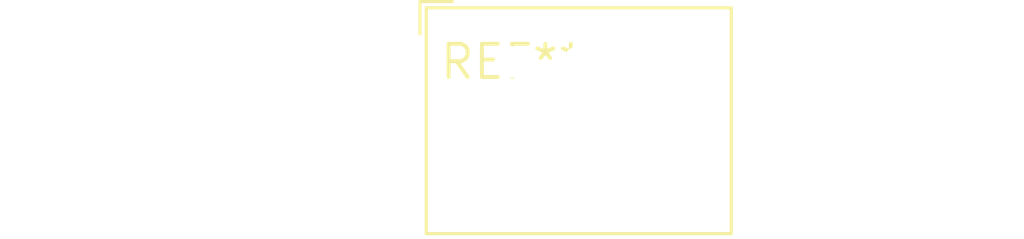
<source format=kicad_pcb>
(kicad_pcb (version 20240108) (generator pcbnew)
  (layers (0 "F.Cu" signal) (31 "B.Cu" signal) (34 "B.Paste" user) (35 "F.Paste" user) (36 "B.SilkS" user "B.Silkscreen") (37 "F.SilkS" user "F.Silkscreen") (38 "B.Mask" user) (39 "F.Mask" user) (44 "Edge.Cuts" user))
  (net 0 "")
  (footprint "Converter_DCDC_RECOM_R-78B-2.0_THT" (layer "F.Cu") (at 0 0)
    (property "Reference" "REF**")
    (property "Value" "Converter_DCDC_RECOM_R-78B-2.0_THT")
    (fp_line (start -3.51 -2.3) (end -2.27 -2.3) (layer "F.SilkS") (stroke (width 0.12)))
    (fp_line (start -3.51 -1.06) (end -3.51 -2.3) (layer "F.SilkS") (stroke (width 0.12)))
    (fp_line (start -3.27 -2.06) (end -3.27 6.56) (layer "F.SilkS") (stroke (width 0.12)))
    (fp_line (start -3.27 -2.06) (end 8.35 -2.06) (layer "F.SilkS") (stroke (width 0.12)))
    (fp_line (start -3.27 6.56) (end 8.35 6.56) (layer "F.SilkS") (stroke (width 0.12)))
    (fp_line (start 8.35 -2.06) (end 8.35 6.56) (layer "F.SilkS") (stroke (width 0.12)))
    (pad "1" thru_hole rect (at 0 0) (size 1.7 2.5) (drill 1.2) (layers *.Cu *.Mask) (remove_unused_layers))
    (pad "2" thru_hole oval (at 2.54 0) (size 1.7 2.5) (drill 1.2) (layers *.Cu *.Mask) (remove_unused_layers))
    (pad "3" thru_hole oval (at 5.08 0) (size 1.7 2.5) (drill 1.2) (layers *.Cu *.Mask) (remove_unused_layers))
  )
)
</source>
